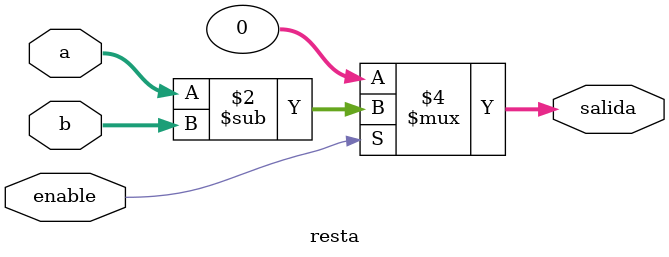
<source format=v>
module resta(
	input [31:0]a,
	input [31:0]b,
	input enable,
	output reg [31:0]salida
);
always@*
begin
	if(enable)
	begin
		salida = a-b;
	end
	else
	begin
		salida = 0;
	end
end
endmodule
</source>
